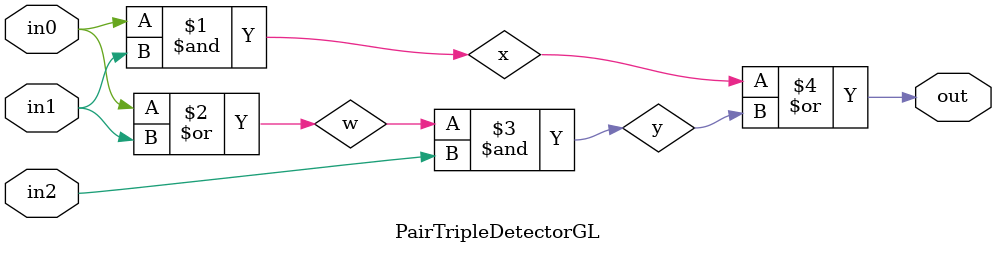
<source format=v>

`ifndef PAIR_TRIPLE_DETECTOR_GL_V
`define PAIR_TRIPLE_DETECTOR_GL_V

module PairTripleDetectorGL
(
  input  wire in0,
  input  wire in1,
  input  wire in2,
  output wire out
);

  wire w;
  wire x;
  wire y;

  and (x, in0, in1);
  or (w, in0, in1);
  and (y, w, in2);
  or (out, x, y);

endmodule

`endif /* PAIR_TRIPLE_DETECTOR_GL_V */


</source>
